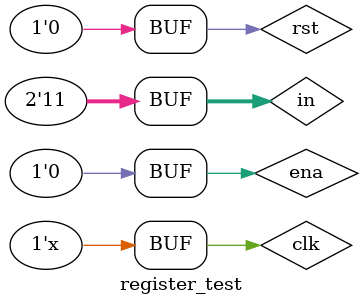
<source format=v>
`timescale 1ns / 1ps


module register_test;

	// Inputs
	reg clk;
	reg ena;
	reg rst;
	reg [1:0] in;

	// Outputs
	wire [1:0] out;

	// Instantiate the Unit Under Test (UUT)
	register uut (
		.clk(clk), 
		.ena(ena), 
		.rst(rst), 
		.in(in), 
		.out(out)
	);

	initial begin
		// Initialize Inputs
		clk = 0;
		ena = 1;
		rst = 0;
		in = 0;

		// Wait 100 ns for global reset to finish
		#100;
        
		// Add stimulus here
		// Check if input passes through to output while enable is on
		#10;
		in <= 2'b01;
		#40;
		in <= 2'b11;
		#40;
		
		// Ensure output does not change unless on posedge
		in <= 2'b00;
		#20;
		in <= 2'b01;
		#20;
		
		// Ensure output does not change when enable is off
		ena = 0;
		in <= 2'b00;
		#40;
		in <= 2'b11;
		#40;
		
		// Check that reset sets output to -1
		rst = 1;
		#40;
		rst = 0;
		#40;
	end
      
	// Simulate clock
	always #20 begin
		clk = ~clk;
	end
		
endmodule


</source>
